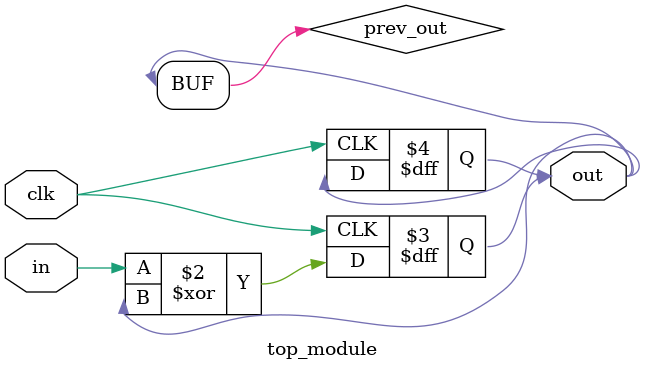
<source format=sv>
module top_module (
	input clk,
	input in,
	output logic out
);

	// Internal signal to hold the previous output value
	logic prev_out;

	// Assign initial values
	assign out = prev_out;

	// Always block to update the output value
	always_ff @(posedge clk)
	begin
		// XOR the input and previous output value to get the new output value 
		out <= in ^ prev_out;
		// Update the previous output value with the new output value
		prev_out <= out;
	end

endmodule

</source>
